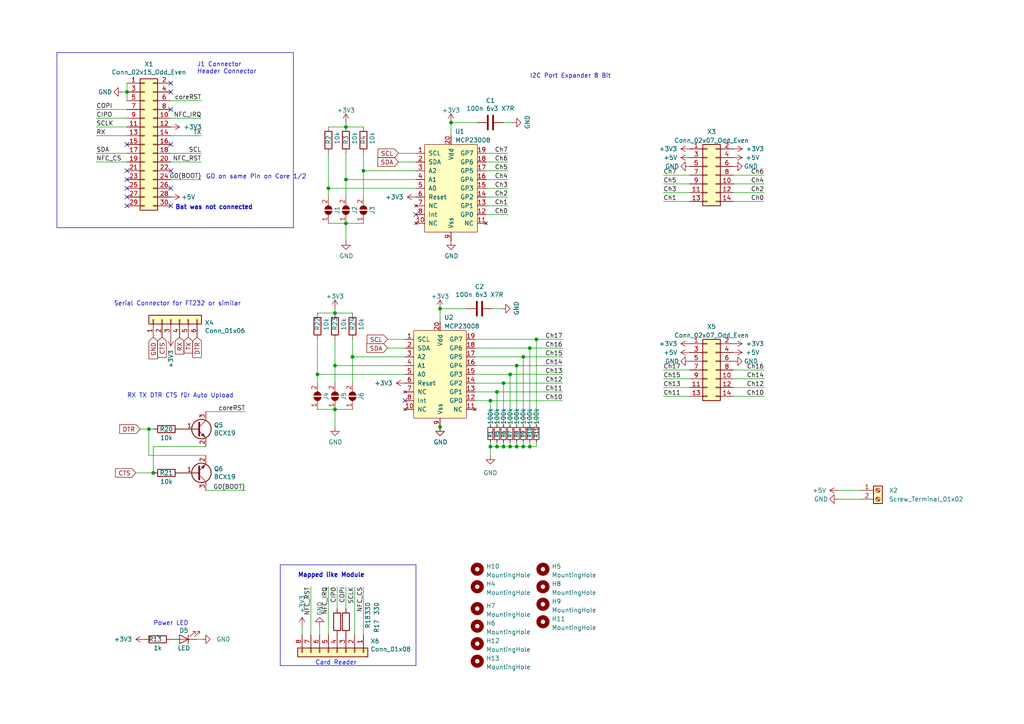
<source format=kicad_sch>
(kicad_sch (version 20230121) (generator eeschema)
  (paper "A4")
  (lib_symbols
    (symbol "Connector:Screw_Terminal_01x02" (pin_names (offset 1.016) hide)
      (property "Reference" "J" (at 0 2.54 0))
      (property "Value" "Screw_Terminal_01x02" (at 0 -5.08 0))
      (symbol "Screw_Terminal_01x02_1_1"
        (pin passive line (at -5.08 0 0) (length 3.81) (name "Pin_1") (number "1"))
        (pin passive line (at -5.08 -2.54 0) (length 3.81) (name "Pin_2") (number "2"))
      )
    )
    (symbol "Connector_Generic:Conn_02x07_Odd_Even" (pin_names (offset 1.016) hide)
      (property "Reference" "J" (at 1.27 10.16 0))
      (property "Value" "Conn_02x07_Odd_Even" (at 1.27 -10.16 0))
      (symbol "Conn_02x07_Odd_Even_1_1"
        (pin passive line (at -5.08 7.62 0) (length 3.81) (name "Pin_1") (number "1"))
        (pin passive line (at 7.62 -2.54 180) (length 3.81) (name "Pin_10") (number "10"))
        (pin passive line (at -5.08 -5.08 0) (length 3.81) (name "Pin_11") (number "11"))
        (pin passive line (at 7.62 -5.08 180) (length 3.81) (name "Pin_12") (number "12"))
        (pin passive line (at -5.08 -7.62 0) (length 3.81) (name "Pin_13") (number "13"))
        (pin passive line (at 7.62 -7.62 180) (length 3.81) (name "Pin_14") (number "14"))
        (pin passive line (at 7.62 7.62 180) (length 3.81) (name "Pin_2") (number "2"))
        (pin passive line (at -5.08 5.08 0) (length 3.81) (name "Pin_3") (number "3"))
        (pin passive line (at 7.62 5.08 180) (length 3.81) (name "Pin_4") (number "4"))
        (pin passive line (at -5.08 2.54 0) (length 3.81) (name "Pin_5") (number "5"))
        (pin passive line (at 7.62 2.54 180) (length 3.81) (name "Pin_6") (number "6"))
        (pin passive line (at -5.08 0 0) (length 3.81) (name "Pin_7") (number "7"))
        (pin passive line (at 7.62 0 180) (length 3.81) (name "Pin_8") (number "8"))
        (pin passive line (at -5.08 -2.54 0) (length 3.81) (name "Pin_9") (number "9"))
      )
    )
    (symbol "Device:LED" (pin_numbers hide) (pin_names (offset 1.016) hide)
      (property "Reference" "D" (at 0 2.54 0))
      (property "Value" "LED" (at 0 -2.54 0))
      (symbol "LED_1_1"
        (pin passive line (at -3.81 0 0) (length 2.54) (name "K") (number "1"))
        (pin passive line (at 3.81 0 180) (length 2.54) (name "A") (number "2"))
      )
    )
    (symbol "Device:R" (pin_numbers hide) (pin_names (offset 0))
      (property "Reference" "R" (at 2.032 0 90))
      (property "Value" "R" (at 0 0 90))
      (symbol "R_1_1"
        (pin passive line (at 0 3.81 270) (length 1.27) (name "~") (number "1"))
        (pin passive line (at 0 -3.81 90) (length 1.27) (name "~") (number "2"))
      )
    )
    (symbol "Device:R_Small" (pin_numbers hide) (pin_names (offset 0.254) hide)
      (property "Reference" "R" (at 0.762 0.508 0))
      (property "Value" "R_Small" (at 0.762 -1.016 0))
      (symbol "R_Small_1_1"
        (pin passive line (at 0 2.54 270) (length 0.762) (name "~") (number "1"))
        (pin passive line (at 0 -2.54 90) (length 0.762) (name "~") (number "2"))
      )
    )
    (symbol "Jumper:SolderJumper_2_Open" (pin_names (offset 0) hide)
      (property "Reference" "JP" (at 0 2.032 0))
      (property "Value" "SolderJumper_2_Open" (at 0 -2.54 0))
      (symbol "SolderJumper_2_Open_1_1"
        (pin passive line (at -3.81 0 0) (length 2.54) (name "A") (number "1"))
        (pin passive line (at 3.81 0 180) (length 2.54) (name "B") (number "2"))
      )
    )
    (symbol "MCP23008-m5stack-m5stackoutput-rescue_1" (pin_names (offset 1.016))
      (property "Reference" "U1" (at 2.54 16.51 0))
      (property "Value" "MCP23008" (at 6.35 13.97 0))
      (symbol "MCP23008-m5stack-m5stackoutput-rescue_1_1_1"
        (pin input line (at -10.16 10.16 0) (length 2.54) (name "SCL") (number "1"))
        (pin no_connect line (at -10.16 -10.16 0) (length 2.54) (name "NC") (number "10"))
        (pin no_connect line (at 10.16 -10.16 180) (length 2.54) (name "NC") (number "11"))
        (pin bidirectional line (at 10.16 -7.62 180) (length 2.54) (name "GP0") (number "12"))
        (pin bidirectional line (at 10.16 -5.08 180) (length 2.54) (name "GP1") (number "13"))
        (pin bidirectional line (at 10.16 -2.54 180) (length 2.54) (name "GP2") (number "14"))
        (pin bidirectional line (at 10.16 0 180) (length 2.54) (name "GP3") (number "15"))
        (pin bidirectional line (at 10.16 2.54 180) (length 2.54) (name "GP4") (number "16"))
        (pin bidirectional line (at 10.16 5.08 180) (length 2.54) (name "GP5") (number "17"))
        (pin bidirectional line (at 10.16 7.62 180) (length 2.54) (name "GP6") (number "18"))
        (pin bidirectional line (at 10.16 10.16 180) (length 2.54) (name "GP7") (number "19"))
        (pin input line (at -10.16 7.62 0) (length 2.54) (name "SDA") (number "2"))
        (pin power_in line (at 0 15.24 270) (length 2.54) (name "Vdd") (number "20"))
        (pin input line (at -10.16 5.08 0) (length 2.54) (name "A2") (number "3"))
        (pin input line (at -10.16 2.54 0) (length 2.54) (name "A1") (number "4"))
        (pin input line (at -10.16 0 0) (length 2.54) (name "A0") (number "5"))
        (pin input line (at -10.16 -2.54 0) (length 2.54) (name "Reset") (number "6"))
        (pin no_connect line (at -10.16 -5.08 0) (length 2.54) (name "NC") (number "7"))
        (pin output line (at -10.16 -7.62 0) (length 2.54) (name "Int") (number "8"))
        (pin power_in line (at 0 -15.24 90) (length 2.54) (name "Vss") (number "9"))
      )
    )
    (symbol "Mechanical:MountingHole" (pin_names (offset 1.016))
      (property "Reference" "H" (at 0 5.08 0))
      (property "Value" "MountingHole" (at 0 3.175 0))
    )
    (symbol "m5stackoutput_v2-rescue:C-Device" (pin_numbers hide) (pin_names (offset 0.254))
      (property "Reference" "C" (at 0.635 2.54 0))
      (property "Value" "C-Device" (at 0.635 -2.54 0))
      (symbol "C-Device_1_1"
        (pin passive line (at 0 3.81 270) (length 2.794) (name "~") (number "1"))
        (pin passive line (at 0 -3.81 90) (length 2.794) (name "~") (number "2"))
      )
    )
    (symbol "m5stackoutput_v2-rescue:Conn_01x06-Connector_Generic" (pin_names (offset 1.016) hide)
      (property "Reference" "J" (at 0 7.62 0))
      (property "Value" "Conn_01x06-Connector_Generic" (at 0 -10.16 0))
      (symbol "Conn_01x06-Connector_Generic_1_1"
        (pin passive line (at -5.08 5.08 0) (length 3.81) (name "Pin_1") (number "1"))
        (pin passive line (at -5.08 2.54 0) (length 3.81) (name "Pin_2") (number "2"))
        (pin passive line (at -5.08 0 0) (length 3.81) (name "Pin_3") (number "3"))
        (pin passive line (at -5.08 -2.54 0) (length 3.81) (name "Pin_4") (number "4"))
        (pin passive line (at -5.08 -5.08 0) (length 3.81) (name "Pin_5") (number "5"))
        (pin passive line (at -5.08 -7.62 0) (length 3.81) (name "Pin_6") (number "6"))
      )
    )
    (symbol "m5stackoutput_v2-rescue:Conn_01x08-Connector_Generic" (pin_names (offset 1.016) hide)
      (property "Reference" "J" (at 0 10.16 0))
      (property "Value" "Conn_01x08-Connector_Generic" (at 0 -12.7 0))
      (symbol "Conn_01x08-Connector_Generic_1_1"
        (pin passive line (at -5.08 7.62 0) (length 3.81) (name "Pin_1") (number "1"))
        (pin passive line (at -5.08 5.08 0) (length 3.81) (name "Pin_2") (number "2"))
        (pin passive line (at -5.08 2.54 0) (length 3.81) (name "Pin_3") (number "3"))
        (pin passive line (at -5.08 0 0) (length 3.81) (name "Pin_4") (number "4"))
        (pin passive line (at -5.08 -2.54 0) (length 3.81) (name "Pin_5") (number "5"))
        (pin passive line (at -5.08 -5.08 0) (length 3.81) (name "Pin_6") (number "6"))
        (pin passive line (at -5.08 -7.62 0) (length 3.81) (name "Pin_7") (number "7"))
        (pin passive line (at -5.08 -10.16 0) (length 3.81) (name "Pin_8") (number "8"))
      )
    )
    (symbol "m5stackoutput_v2-rescue:Conn_02x15_Odd_Even-Connector_Generic" (pin_names (offset 1.016) hide)
      (property "Reference" "J" (at 1.27 20.32 0))
      (property "Value" "Conn_02x15_Odd_Even-Connector_Generic" (at 1.27 -20.32 0))
      (symbol "Conn_02x15_Odd_Even-Connector_Generic_1_1"
        (pin passive line (at -5.08 17.78 0) (length 3.81) (name "Pin_1") (number "1"))
        (pin passive line (at 7.62 7.62 180) (length 3.81) (name "Pin_10") (number "10"))
        (pin passive line (at -5.08 5.08 0) (length 3.81) (name "Pin_11") (number "11"))
        (pin passive line (at 7.62 5.08 180) (length 3.81) (name "Pin_12") (number "12"))
        (pin passive line (at -5.08 2.54 0) (length 3.81) (name "Pin_13") (number "13"))
        (pin passive line (at 7.62 2.54 180) (length 3.81) (name "Pin_14") (number "14"))
        (pin passive line (at -5.08 0 0) (length 3.81) (name "Pin_15") (number "15"))
        (pin passive line (at 7.62 0 180) (length 3.81) (name "Pin_16") (number "16"))
        (pin passive line (at -5.08 -2.54 0) (length 3.81) (name "Pin_17") (number "17"))
        (pin passive line (at 7.62 -2.54 180) (length 3.81) (name "Pin_18") (number "18"))
        (pin passive line (at -5.08 -5.08 0) (length 3.81) (name "Pin_19") (number "19"))
        (pin passive line (at 7.62 17.78 180) (length 3.81) (name "Pin_2") (number "2"))
        (pin passive line (at 7.62 -5.08 180) (length 3.81) (name "Pin_20") (number "20"))
        (pin passive line (at -5.08 -7.62 0) (length 3.81) (name "Pin_21") (number "21"))
        (pin passive line (at 7.62 -7.62 180) (length 3.81) (name "Pin_22") (number "22"))
        (pin passive line (at -5.08 -10.16 0) (length 3.81) (name "Pin_23") (number "23"))
        (pin passive line (at 7.62 -10.16 180) (length 3.81) (name "Pin_24") (number "24"))
        (pin passive line (at -5.08 -12.7 0) (length 3.81) (name "Pin_25") (number "25"))
        (pin passive line (at 7.62 -12.7 180) (length 3.81) (name "Pin_26") (number "26"))
        (pin passive line (at -5.08 -15.24 0) (length 3.81) (name "Pin_27") (number "27"))
        (pin passive line (at 7.62 -15.24 180) (length 3.81) (name "Pin_28") (number "28"))
        (pin passive line (at -5.08 -17.78 0) (length 3.81) (name "Pin_29") (number "29"))
        (pin passive line (at -5.08 15.24 0) (length 3.81) (name "Pin_3") (number "3"))
        (pin passive line (at 7.62 -17.78 180) (length 3.81) (name "Pin_30") (number "30"))
        (pin passive line (at 7.62 15.24 180) (length 3.81) (name "Pin_4") (number "4"))
        (pin passive line (at -5.08 12.7 0) (length 3.81) (name "Pin_5") (number "5"))
        (pin passive line (at 7.62 12.7 180) (length 3.81) (name "Pin_6") (number "6"))
        (pin passive line (at -5.08 10.16 0) (length 3.81) (name "Pin_7") (number "7"))
        (pin passive line (at 7.62 10.16 180) (length 3.81) (name "Pin_8") (number "8"))
        (pin passive line (at -5.08 7.62 0) (length 3.81) (name "Pin_9") (number "9"))
      )
    )
    (symbol "m5stackoutput_v2-rescue:GND-power" (power) (pin_names (offset 0))
      (property "Value" "GND-power" (at 0 -3.81 0))
      (symbol "GND-power_1_1"
        (pin power_in line (at 0 0 270) (length 0) hide (name "GND") (number "1"))
      )
    )
    (symbol "m5stackoutput_v2-rescue:MCP23008-m5stack-m5stackoutput-rescue" (pin_names (offset 1.016))
      (property "Reference" "U2" (at 2.54 16.51 0))
      (property "Value" "MCP23008" (at 6.35 13.97 0))
      (symbol "MCP23008-m5stack-m5stackoutput-rescue_1_1"
        (pin input line (at -10.16 10.16 0) (length 2.54) (name "SCL") (number "1"))
        (pin no_connect line (at -10.16 -10.16 0) (length 2.54) (name "NC") (number "10"))
        (pin no_connect line (at 10.16 -10.16 180) (length 2.54) (name "NC") (number "11"))
        (pin bidirectional line (at 10.16 -7.62 180) (length 2.54) (name "GP0") (number "12"))
        (pin bidirectional line (at 10.16 -5.08 180) (length 2.54) (name "GP1") (number "13"))
        (pin bidirectional line (at 10.16 -2.54 180) (length 2.54) (name "GP2") (number "14"))
        (pin bidirectional line (at 10.16 0 180) (length 2.54) (name "GP3") (number "15"))
        (pin bidirectional line (at 10.16 2.54 180) (length 2.54) (name "GP4") (number "16"))
        (pin bidirectional line (at 10.16 5.08 180) (length 2.54) (name "GP5") (number "17"))
        (pin bidirectional line (at 10.16 7.62 180) (length 2.54) (name "GP6") (number "18"))
        (pin bidirectional line (at 10.16 10.16 180) (length 2.54) (name "GP7") (number "19"))
        (pin input line (at -10.16 7.62 0) (length 2.54) (name "SDA") (number "2"))
        (pin power_in line (at 0 15.24 270) (length 2.54) (name "Vdd") (number "20"))
        (pin input line (at -10.16 5.08 0) (length 2.54) (name "A2") (number "3"))
        (pin input line (at -10.16 2.54 0) (length 2.54) (name "A1") (number "4"))
        (pin input line (at -10.16 0 0) (length 2.54) (name "A0") (number "5"))
        (pin input line (at -10.16 -2.54 0) (length 2.54) (name "Reset") (number "6"))
        (pin no_connect line (at -10.16 -5.08 0) (length 2.54) (name "NC") (number "7"))
        (pin output line (at -10.16 -7.62 0) (length 2.54) (name "Int") (number "8"))
        (pin power_in line (at 0 -15.24 90) (length 2.54) (name "Vss") (number "9"))
      )
    )
    (symbol "m5stackoutput_v2-rescue:Q_NPN_BEC-Device" (pin_names (offset 0) hide)
      (property "Reference" "Q" (at 5.08 1.27 0))
      (property "Value" "Q_NPN_BEC-Device" (at 5.08 -1.27 0))
      (symbol "Q_NPN_BEC-Device_1_1"
        (pin input line (at -5.08 0 0) (length 5.715) (name "B") (number "1"))
        (pin passive line (at 2.54 -5.08 90) (length 2.54) (name "E") (number "2"))
        (pin passive line (at 2.54 5.08 270) (length 2.54) (name "C") (number "3"))
      )
    )
    (symbol "m5stackoutput_v2-rescue:R-Device" (pin_numbers hide) (pin_names (offset 0))
      (property "Reference" "R" (at 2.032 0 90))
      (property "Value" "R-Device" (at 0 0 90))
      (symbol "R-Device_1_1"
        (pin passive line (at 0 3.81 270) (length 1.27) (name "~") (number "1"))
        (pin passive line (at 0 -3.81 90) (length 1.27) (name "~") (number "2"))
      )
    )
    (symbol "power:+3.3V" (power) (pin_names (offset 0))
      (property "Value" "+3.3V" (at 0 3.556 0))
      (symbol "+3.3V_1_1"
        (pin power_in line (at 0 0 90) (length 0) hide (name "+3V3") (number "1"))
      )
    )
    (symbol "power:+5V" (power) (pin_names (offset 0))
      (property "Value" "+5V" (at 0 3.556 0))
      (symbol "+5V_1_1"
        (pin power_in line (at 0 0 90) (length 0) hide (name "+5V") (number "1"))
      )
    )
    (symbol "power:GND" (power) (pin_names (offset 0))
      (property "Value" "GND" (at 0 -3.81 0))
      (symbol "GND_1_1"
        (pin power_in line (at 0 0 270) (length 0) hide (name "GND") (number "1"))
      )
    )
  )
  (junction (at 155.575 98.425))
  (junction (at 100.33 36.83))
  (junction (at 105.41 49.53))
  (junction (at 92.075 108.585))
  (junction (at 144.145 113.665))
  (junction (at 100.33 52.07))
  (junction (at 149.86 106.045))
  (junction (at 102.235 103.505))
  (junction (at 95.25 54.61))
  (junction (at 142.24 116.205))
  (junction (at 149.86 129.54))
  (junction (at 130.81 35.56))
  (junction (at 147.955 108.585))
  (junction (at 151.765 129.54))
  (junction (at 100.33 64.77))
  (junction (at 153.67 100.965))
  (junction (at 142.24 129.54))
  (junction (at 151.765 103.505))
  (junction (at 146.05 129.54))
  (junction (at 127.635 123.825))
  (junction (at 97.155 90.805))
  (junction (at 44.45 137.16))
  (junction (at 97.155 118.745))
  (junction (at 97.155 106.045))
  (junction (at 146.05 111.125))
  (junction (at 144.145 129.54))
  (junction (at 36.83 26.67))
  (junction (at 43.18 124.46))
  (junction (at 153.67 129.54))
  (junction (at 147.955 129.54))
  (junction (at 127.635 89.535))
  (no_connect (at 49.53 24.13))
  (no_connect (at 49.53 26.67))
  (no_connect (at 49.53 31.75))
  (no_connect (at 49.53 41.91))
  (no_connect (at 36.83 49.53))
  (no_connect (at 36.83 52.07))
  (no_connect (at 36.83 41.91))
  (no_connect (at 36.83 54.61))
  (no_connect (at 36.83 57.15))
  (no_connect (at 36.83 59.69))
  (no_connect (at 49.53 54.61))
  (no_connect (at 120.65 62.23))
  (no_connect (at 49.53 59.69))
  (no_connect (at 49.53 49.53))
  (no_connect (at 117.475 116.205))
  (wire (pts (xy 100.33 36.83) (xy 105.41 36.83)))
  (wire (pts (xy 97.155 118.745) (xy 102.235 118.745)))
  (wire (pts (xy 112.395 100.965) (xy 117.475 100.965)))
  (wire (pts (xy 146.05 129.54) (xy 144.145 129.54)))
  (wire (pts (xy 97.155 90.805) (xy 102.235 90.805)))
  (wire (pts (xy 147.955 128.27) (xy 147.955 129.54)))
  (wire (pts (xy 43.18 124.46) (xy 44.45 124.46)))
  (wire (pts (xy 212.725 50.8) (xy 221.615 50.8)))
  (wire (pts (xy 144.145 128.27) (xy 144.145 129.54)))
  (wire (pts (xy 43.18 124.46) (xy 43.18 132.08)))
  (wire (pts (xy 151.765 103.505) (xy 163.195 103.505)))
  (wire (pts (xy 58.42 39.37) (xy 49.53 39.37)))
  (wire (pts (xy 92.075 108.585) (xy 92.075 111.125)))
  (wire (pts (xy 137.795 100.965) (xy 153.67 100.965)))
  (wire (pts (xy 144.145 113.665) (xy 144.145 123.19)))
  (wire (pts (xy 127.635 89.535) (xy 135.255 89.535)))
  (wire (pts (xy 97.155 98.425) (xy 97.155 106.045)))
  (wire (pts (xy 59.69 129.54) (xy 44.45 129.54)))
  (wire (pts (xy 153.67 100.965) (xy 163.195 100.965)))
  (wire (pts (xy 149.86 129.54) (xy 147.955 129.54)))
  (polyline (pts (xy 16.51 15.24) (xy 85.09 15.24)))
  (wire (pts (xy 192.405 109.855) (xy 200.025 109.855)))
  (wire (pts (xy 97.79 170.18) (xy 97.79 176.53)))
  (wire (pts (xy 105.41 49.53) (xy 105.41 44.45)))
  (wire (pts (xy 117.475 106.045) (xy 97.155 106.045)))
  (wire (pts (xy 105.41 170.18) (xy 105.41 184.15)))
  (wire (pts (xy 155.575 128.27) (xy 155.575 129.54)))
  (wire (pts (xy 243.205 142.24) (xy 249.555 142.24)))
  (wire (pts (xy 155.575 129.54) (xy 153.67 129.54)))
  (wire (pts (xy 57.15 185.42) (xy 58.42 185.42)))
  (wire (pts (xy 140.97 54.61) (xy 147.32 54.61)))
  (wire (pts (xy 127.635 89.535) (xy 127.635 93.345)))
  (wire (pts (xy 115.57 46.99) (xy 120.65 46.99)))
  (wire (pts (xy 142.24 116.205) (xy 163.195 116.205)))
  (wire (pts (xy 95.25 64.77) (xy 100.33 64.77)))
  (wire (pts (xy 140.97 46.99) (xy 147.32 46.99)))
  (wire (pts (xy 43.18 132.08) (xy 59.69 132.08)))
  (wire (pts (xy 137.795 106.045) (xy 149.86 106.045)))
  (wire (pts (xy 140.97 59.69) (xy 147.32 59.69)))
  (wire (pts (xy 146.05 128.27) (xy 146.05 129.54)))
  (wire (pts (xy 36.83 26.67) (xy 36.83 24.13)))
  (wire (pts (xy 95.25 36.83) (xy 100.33 36.83)))
  (wire (pts (xy 100.33 170.18) (xy 100.33 176.53)))
  (wire (pts (xy 27.94 46.99) (xy 36.83 46.99)))
  (wire (pts (xy 212.725 53.34) (xy 221.615 53.34)))
  (wire (pts (xy 212.725 114.935) (xy 221.615 114.935)))
  (wire (pts (xy 144.145 113.665) (xy 163.195 113.665)))
  (wire (pts (xy 39.37 137.16) (xy 44.45 137.16)))
  (wire (pts (xy 100.33 64.77) (xy 100.33 69.85)))
  (wire (pts (xy 144.145 129.54) (xy 142.24 129.54)))
  (wire (pts (xy 97.155 106.045) (xy 97.155 111.125)))
  (wire (pts (xy 192.405 50.8) (xy 200.025 50.8)))
  (wire (pts (xy 100.33 44.45) (xy 100.33 52.07)))
  (wire (pts (xy 192.405 58.42) (xy 200.025 58.42)))
  (wire (pts (xy 102.235 103.505) (xy 117.475 103.505)))
  (wire (pts (xy 212.725 109.855) (xy 221.615 109.855)))
  (wire (pts (xy 146.05 35.56) (xy 148.59 35.56)))
  (wire (pts (xy 95.25 54.61) (xy 95.25 44.45)))
  (wire (pts (xy 142.24 129.54) (xy 142.24 132.08)))
  (wire (pts (xy 137.795 113.665) (xy 144.145 113.665)))
  (wire (pts (xy 153.67 100.965) (xy 153.67 123.19)))
  (wire (pts (xy 87.63 181.61) (xy 87.63 184.15)))
  (wire (pts (xy 36.83 29.21) (xy 36.83 26.67)))
  (wire (pts (xy 192.405 55.88) (xy 200.025 55.88)))
  (wire (pts (xy 147.955 129.54) (xy 146.05 129.54)))
  (wire (pts (xy 100.33 35.56) (xy 100.33 36.83)))
  (wire (pts (xy 92.075 90.805) (xy 97.155 90.805)))
  (polyline (pts (xy 16.51 15.24) (xy 16.51 66.04)))
  (wire (pts (xy 142.24 129.54) (xy 142.24 128.27)))
  (wire (pts (xy 142.875 89.535) (xy 145.415 89.535)))
  (wire (pts (xy 146.05 111.125) (xy 146.05 123.19)))
  (wire (pts (xy 59.69 119.38) (xy 71.12 119.38)))
  (wire (pts (xy 40.64 124.46) (xy 43.18 124.46)))
  (wire (pts (xy 27.94 44.45) (xy 36.83 44.45)))
  (wire (pts (xy 142.24 116.205) (xy 142.24 123.19)))
  (wire (pts (xy 140.97 44.45) (xy 147.32 44.45)))
  (polyline (pts (xy 85.09 15.24) (xy 85.09 66.04)))
  (wire (pts (xy 102.235 103.505) (xy 102.235 111.125)))
  (wire (pts (xy 120.65 52.07) (xy 100.33 52.07)))
  (wire (pts (xy 90.17 170.18) (xy 90.17 184.15)))
  (wire (pts (xy 149.86 106.045) (xy 163.195 106.045)))
  (wire (pts (xy 27.94 31.75) (xy 36.83 31.75)))
  (wire (pts (xy 212.725 107.315) (xy 221.615 107.315)))
  (wire (pts (xy 105.41 49.53) (xy 120.65 49.53)))
  (wire (pts (xy 149.86 106.045) (xy 149.86 123.19)))
  (wire (pts (xy 27.94 39.37) (xy 36.83 39.37)))
  (wire (pts (xy 95.25 54.61) (xy 95.25 57.15)))
  (wire (pts (xy 27.94 36.83) (xy 36.83 36.83)))
  (wire (pts (xy 49.53 29.21) (xy 58.42 29.21)))
  (wire (pts (xy 35.56 26.67) (xy 36.83 26.67)))
  (wire (pts (xy 192.405 53.34) (xy 200.025 53.34)))
  (wire (pts (xy 149.86 128.27) (xy 149.86 129.54)))
  (wire (pts (xy 92.71 181.61) (xy 92.71 184.15)))
  (wire (pts (xy 97.155 118.745) (xy 97.155 123.825)))
  (wire (pts (xy 59.69 142.24) (xy 71.12 142.24)))
  (wire (pts (xy 137.795 111.125) (xy 146.05 111.125)))
  (wire (pts (xy 92.075 108.585) (xy 117.475 108.585)))
  (wire (pts (xy 147.955 108.585) (xy 163.195 108.585)))
  (wire (pts (xy 102.87 170.18) (xy 102.87 184.15)))
  (wire (pts (xy 140.97 49.53) (xy 147.32 49.53)))
  (wire (pts (xy 137.795 108.585) (xy 147.955 108.585)))
  (wire (pts (xy 27.94 34.29) (xy 36.83 34.29)))
  (wire (pts (xy 100.33 64.77) (xy 105.41 64.77)))
  (wire (pts (xy 153.67 128.27) (xy 153.67 129.54)))
  (wire (pts (xy 243.205 144.78) (xy 249.555 144.78)))
  (wire (pts (xy 115.57 44.45) (xy 120.65 44.45)))
  (wire (pts (xy 146.05 111.125) (xy 163.195 111.125)))
  (wire (pts (xy 92.075 108.585) (xy 92.075 98.425)))
  (wire (pts (xy 130.81 35.56) (xy 130.81 39.37)))
  (wire (pts (xy 102.235 103.505) (xy 102.235 98.425)))
  (wire (pts (xy 212.725 112.395) (xy 221.615 112.395)))
  (polyline (pts (xy 16.51 66.04) (xy 85.09 66.04)))
  (wire (pts (xy 151.765 129.54) (xy 149.86 129.54)))
  (wire (pts (xy 58.42 46.99) (xy 49.53 46.99)))
  (wire (pts (xy 92.075 118.745) (xy 97.155 118.745)))
  (wire (pts (xy 97.155 89.535) (xy 97.155 90.805)))
  (polyline (pts (xy 81.28 163.83) (xy 120.65 163.83)))
  (wire (pts (xy 155.575 98.425) (xy 155.575 123.19)))
  (wire (pts (xy 153.67 129.54) (xy 151.765 129.54)))
  (wire (pts (xy 137.795 98.425) (xy 155.575 98.425)))
  (polyline (pts (xy 81.28 193.04) (xy 120.65 193.04)))
  (wire (pts (xy 151.765 128.27) (xy 151.765 129.54)))
  (wire (pts (xy 130.81 35.56) (xy 138.43 35.56)))
  (wire (pts (xy 49.53 52.07) (xy 58.42 52.07)))
  (wire (pts (xy 140.97 62.23) (xy 147.32 62.23)))
  (wire (pts (xy 137.795 103.505) (xy 151.765 103.505)))
  (wire (pts (xy 95.25 54.61) (xy 120.65 54.61)))
  (wire (pts (xy 58.42 34.29) (xy 49.53 34.29)))
  (wire (pts (xy 212.725 55.88) (xy 221.615 55.88)))
  (wire (pts (xy 192.405 114.935) (xy 200.025 114.935)))
  (wire (pts (xy 112.395 98.425) (xy 117.475 98.425)))
  (wire (pts (xy 151.765 103.505) (xy 151.765 123.19)))
  (polyline (pts (xy 120.65 193.04) (xy 120.65 163.83)))
  (wire (pts (xy 147.32 52.07) (xy 140.97 52.07)))
  (wire (pts (xy 137.795 116.205) (xy 142.24 116.205)))
  (wire (pts (xy 147.955 108.585) (xy 147.955 123.19)))
  (wire (pts (xy 192.405 112.395) (xy 200.025 112.395)))
  (wire (pts (xy 140.97 57.15) (xy 147.32 57.15)))
  (wire (pts (xy 192.405 107.315) (xy 200.025 107.315)))
  (wire (pts (xy 105.41 49.53) (xy 105.41 57.15)))
  (wire (pts (xy 44.45 129.54) (xy 44.45 137.16)))
  (wire (pts (xy 212.725 58.42) (xy 221.615 58.42)))
  (wire (pts (xy 155.575 98.425) (xy 163.195 98.425)))
  (wire (pts (xy 58.42 44.45) (xy 49.53 44.45)))
  (wire (pts (xy 100.33 52.07) (xy 100.33 57.15)))
  (polyline (pts (xy 81.28 193.04) (xy 81.28 163.83)))
  (wire (pts (xy 95.25 170.18) (xy 95.25 184.15)))
  (text "Card Reader" (at 91.44 193.04 0) (effects (font (size 1.27 1.27)) (justify left bottom)))
  (text "GO on same Pin on Core 1/2" (at 59.69 52.07 0) (effects (font (size 1.27 1.27)) (justify left bottom)))
  (text "RX TX DTR CTS für Auto Upload" (at 36.83 115.57 0) (effects (font (size 1.27 1.27)) (justify left bottom)))
  (text "Bat was not connected" (at 50.8 60.96 0) (effects (font (size 1.27 1.27) bold) (justify left bottom)))
  (text "Serial Connector for FT232 or similar" (at 33.02 88.9 0) (effects (font (size 1.27 1.27)) (justify left bottom)))
  (text "J1 Connector\nHeader Connector" (at 57.15 21.59 0) (effects (font (size 1.27 1.27)) (justify left bottom)))
  (text "Mapped like Module" (at 86.36 167.64 0) (effects (font (size 1.27 1.27) bold) (justify left bottom)))
  (text "I2C Port Expander 8 Bit\n" (at 153.67 22.86 0) (effects (font (size 1.27 1.27)) (justify left bottom)))
  (text "Power LED" (at 44.45 181.61 0) (effects (font (size 1.27 1.27)) (justify left bottom)))
  (label "NFC_IRQ" (at 58.42 34.29 180))
  (label "Ch16" (at 163.195 100.965 180))
  (label "Ch2" (at 147.32 57.15 180))
  (label "Ch17" (at 163.195 98.425 180))
  (label "Ch12" (at 163.195 111.125 180))
  (label "Ch16" (at 221.615 107.315 180))
  (label "SDA" (at 27.94 44.45 0))
  (label "SCLK" (at 102.87 170.18 270))
  (label "Ch11" (at 192.405 114.935 0))
  (label "SCL" (at 58.42 44.45 180))
  (label "Ch5" (at 192.405 53.34 0))
  (label "NFC_RST" (at 90.17 170.18 270))
  (label "Ch15" (at 192.405 109.855 0))
  (label "NFC_CS" (at 105.41 170.18 270))
  (label "CIPO" (at 27.94 34.29 0))
  (label "Ch13" (at 192.405 112.395 0))
  (label "RX" (at 27.94 39.37 0))
  (label "Ch2" (at 221.615 55.88 180))
  (label "coreRST" (at 58.42 29.21 180))
  (label "SCLK" (at 27.94 36.83 0))
  (label "NFC_RST" (at 58.42 46.99 180))
  (label "G0(BOOT)" (at 58.42 52.07 180))
  (label "COPI" (at 27.94 31.75 0))
  (label "Ch7" (at 192.405 50.8 0))
  (label "Ch12" (at 221.615 112.395 180))
  (label "Ch0" (at 221.615 58.42 180))
  (label "CIPO" (at 97.79 170.18 270))
  (label "Ch1" (at 147.32 59.69 180))
  (label "Ch15" (at 163.195 103.505 180))
  (label "COPI" (at 100.33 170.18 270))
  (label "Ch4" (at 147.32 52.07 180))
  (label "Ch7" (at 147.32 44.45 180))
  (label "Ch5" (at 147.32 49.53 180))
  (label "Ch0" (at 147.32 62.23 180))
  (label "Ch1" (at 192.405 58.42 0))
  (label "Ch14" (at 163.195 106.045 180))
  (label "G0(BOOT)" (at 71.12 142.24 180))
  (label "Ch10" (at 221.615 114.935 180))
  (label "Ch17" (at 192.405 107.315 0))
  (label "Ch10" (at 163.195 116.205 180))
  (label "Ch11" (at 163.195 113.665 180))
  (label "NFC_IRQ" (at 95.25 170.18 270))
  (label "coreRST" (at 71.12 119.38 180))
  (label "TX" (at 58.42 39.37 180))
  (label "Ch6" (at 221.615 50.8 180))
  (label "Ch4" (at 221.615 53.34 180))
  (label "NFC_CS" (at 27.94 46.99 0))
  (label "Ch3" (at 147.32 54.61 180))
  (label "Ch6" (at 147.32 46.99 180))
  (label "Ch14" (at 221.615 109.855 180))
  (label "Ch13" (at 163.195 108.585 180))
  (label "Ch3" (at 192.405 55.88 0))
  (global_label "DTR" (shape input) (at 57.15 97.79 270) (property "Intersheetrefs" "${INTERSHEET_REFS}" (effects hide)))
  (global_label "RX" (shape input) (at 52.07 97.79 270) (property "Intersheetrefs" "${INTERSHEET_REFS}" (effects hide)))
  (global_label "SCL" (shape input) (at 115.57 44.45 180) (property "Intersheetrefs" "${INTERSHEET_REFS}" (effects hide)))
  (global_label "SDA" (shape input) (at 115.57 46.99 180) (property "Intersheetrefs" "${INTERSHEET_REFS}" (effects hide)))
  (global_label "CTS" (shape input) (at 39.37 137.16 180) (property "Intersheetrefs" "${INTERSHEET_REFS}" (effects hide)))
  (global_label "DTR" (shape input) (at 40.64 124.46 180) (property "Intersheetrefs" "${INTERSHEET_REFS}" (effects hide)))
  (global_label "TX" (shape input) (at 54.61 97.79 270) (property "Intersheetrefs" "${INTERSHEET_REFS}" (effects hide)))
  (global_label "SDA" (shape input) (at 112.395 100.965 180) (property "Intersheetrefs" "${INTERSHEET_REFS}" (effects hide)))
  (global_label "GND" (shape input) (at 44.45 97.79 270) (property "Intersheetrefs" "${INTERSHEET_REFS}" (effects hide)))
  (global_label "SCL" (shape input) (at 112.395 98.425 180) (property "Intersheetrefs" "${INTERSHEET_REFS}" (effects hide)))
  (global_label "CTS" (shape input) (at 46.99 97.79 270) (property "Intersheetrefs" "${INTERSHEET_REFS}" (effects hide)))
  (symbol (lib_id "m5stackoutput_v2-rescue:Conn_02x15_Odd_Even-Connector_Generic") (at 41.91 41.91 0) (unit 1)
    (property "Reference" "X1" (at 43.18 18.6182 0))
    (property "Value" "Conn_02x15_Odd_Even" (at 43.18 20.9296 0))
    (property "Footprint" "Connector_PinSocket_2.54mm:PinSocket_2x15_P2.54mm_Vertical" (effects hide))
    (property "Farnell#" "-" (effects hide))
    (property "Mnf" "MISC/VORRAT" (effects hide))
    (property "Mnf#" "testen mit Prototyp wegen höhe" (effects hide))
  )
  (symbol (lib_id "m5stackoutput_v2-rescue:GND-power") (at 35.56 26.67 270) (unit 1)
    (property "Reference" "#PWR01" (effects hide))
    (property "Value" "GND" (at 30.48 26.67 90))
  )
  (symbol (lib_name "MCP23008-m5stack-m5stackoutput-rescue_1") (lib_id "m5stackoutput_v2-rescue:MCP23008-m5stack-m5stackoutput-rescue") (at 130.81 54.61 0) (unit 1)
    (property "Reference" "U1" (at 133.35 38.1 0))
    (property "Value" "MCP23008" (at 137.16 40.64 0))
    (property "Footprint" "Package_SO:SSOP-20_5.3x7.2mm_P0.65mm" (effects hide))
    (property "Datasheet" "https://ww1.microchip.com/downloads/en/DeviceDoc/21919e.pdf" (effects hide))
    (property "Farnell#" "1605564" (effects hide))
    (property "Mnf" "Microchip" (effects hide))
    (property "Mnf#" "MCP23008-E/SS" (effects hide))
  )
  (symbol (lib_id "m5stackoutput_v2-rescue:MCP23008-m5stack-m5stackoutput-rescue") (at 127.635 108.585 0) (unit 1)
    (property "Reference" "U2" (at 130.175 92.075 0))
    (property "Value" "MCP23008" (at 133.985 94.615 0))
    (property "Footprint" "Package_SO:SSOP-20_5.3x7.2mm_P0.65mm" (effects hide))
    (property "Datasheet" "https://ww1.microchip.com/downloads/en/DeviceDoc/21919e.pdf" (effects hide))
    (property "Farnell#" "1605564" (effects hide))
    (property "Mnf" "Microchip" (effects hide))
    (property "Mnf#" "MCP23008-E/SS" (effects hide))
  )
  (symbol (lib_id "m5stackoutput_v2-rescue:GND-power") (at 127.635 123.825 0) (unit 1)
    (property "Reference" "#PWR05" (effects hide))
    (property "Value" "GND" (at 127.762 128.2192 0))
  )
  (symbol (lib_id "m5stackoutput_v2-rescue:GND-power") (at 130.81 69.85 0) (unit 1)
    (property "Reference" "#PWR04" (effects hide))
    (property "Value" "GND" (at 130.937 74.2442 0))
  )
  (symbol (lib_id "m5stackoutput_v2-rescue:C-Device") (at 142.24 35.56 270) (unit 1)
    (property "Reference" "C1" (at 142.24 29.1592 90))
    (property "Value" "100n 6v3 X7R" (at 142.24 31.4706 90))
    (property "Footprint" "Capacitor_SMD:C_0603_1608Metric" (effects hide))
    (property "Farnell#" "3345771" (effects hide))
    (property "Mnf" "Vishay" (effects hide))
    (property "Mnf#" "VJ0603Y104KXXPW1BC" (effects hide))
  )
  (symbol (lib_id "m5stackoutput_v2-rescue:GND-power") (at 148.59 35.56 90) (unit 1)
    (property "Reference" "#PWR0101" (effects hide))
    (property "Value" "GND" (at 152.9842 35.433 0))
  )
  (symbol (lib_id "m5stackoutput_v2-rescue:R-Device") (at 100.33 180.34 0) (unit 1)
    (property "Reference" "R17" (at 109.22 181.61 90))
    (property "Value" "330" (at 109.22 176.53 90))
    (property "Footprint" "Resistor_SMD:R_0603_1608Metric" (effects hide))
    (property "Farnell#" "3950907" (effects hide))
    (property "Mnf" "Yageo" (effects hide))
    (property "Mnf#" "AC0603FR-07330RL" (effects hide))
  )
  (symbol (lib_id "m5stackoutput_v2-rescue:R-Device") (at 97.79 180.34 0) (unit 1)
    (property "Reference" "R18" (at 106.68 180.34 90))
    (property "Value" "330" (at 106.68 176.53 90))
    (property "Footprint" "Resistor_SMD:R_0603_1608Metric" (effects hide))
    (property "Farnell#" "3950907" (effects hide))
    (property "Mnf" "Yageo" (effects hide))
    (property "Mnf#" "AC0603FR-07330RL" (effects hide))
  )
  (symbol (lib_id "m5stackoutput_v2-rescue:Conn_01x08-Connector_Generic") (at 97.79 189.23 270) (unit 1)
    (property "Reference" "X6" (at 107.442 185.9788 90) (effects (justify left)))
    (property "Value" "Conn_01x08" (at 107.442 188.2902 90) (effects (justify left)))
    (property "Footprint" "Connector_PinSocket_2.54mm:PinSocket_1x08_P2.54mm_Horizontal" (effects hide))
    (property "Farnell#" "-" (effects hide))
    (property "Mnf" "MISC/VORRAT" (effects hide))
    (property "Mnf#" "testen mit Prototyp wegen höhe" (effects hide))
  )
  (symbol (lib_id "m5stackoutput_v2-rescue:Conn_01x06-Connector_Generic") (at 49.53 92.71 90) (unit 1)
    (property "Reference" "X4" (at 59.3852 93.6244 90) (effects (justify right)))
    (property "Value" "Conn_01x06" (at 59.3852 95.9358 90) (effects (justify right)))
    (property "Footprint" "Connector_PinSocket_2.54mm:PinSocket_1x06_P2.54mm_Vertical" (effects hide))
    (property "Farnell#" "2084276" (effects hide))
    (property "Mnf" "GCT" (effects hide))
    (property "Mnf#" "BG302-06-A-L-G" (effects hide))
  )
  (symbol (lib_id "m5stackoutput_v2-rescue:Q_NPN_BEC-Device") (at 57.15 124.46 0) (unit 1)
    (property "Reference" "Q5" (at 62.0014 123.2916 0) (effects (justify left)))
    (property "Value" "BCX19" (at 62.0014 125.603 0) (effects (justify left)))
    (property "Footprint" "Package_TO_SOT_SMD:SOT-23" (effects hide))
    (property "Farnell#" "2317581" (effects hide))
    (property "Mnf" "onsemi" (effects hide))
    (property "Mnf#" "BCX19LT1G" (effects hide))
  )
  (symbol (lib_id "m5stackoutput_v2-rescue:Q_NPN_BEC-Device") (at 57.15 137.16 0) (mirror x) (unit 1)
    (property "Reference" "Q6" (at 62.0014 135.9916 0) (effects (justify left)))
    (property "Value" "BCX19" (at 62.0014 138.303 0) (effects (justify left)))
    (property "Footprint" "Package_TO_SOT_SMD:SOT-23" (effects hide))
    (property "Farnell#" "2317581" (effects hide))
    (property "Mnf" "onsemi" (effects hide))
    (property "Mnf#" "BCX19LT1G" (effects hide))
  )
  (symbol (lib_id "m5stackoutput_v2-rescue:R-Device") (at 48.26 124.46 90) (unit 1)
    (property "Reference" "R20" (at 48.26 124.46 90))
    (property "Value" "10k" (at 48.26 127 90))
    (property "Footprint" "Resistor_SMD:R_0603_1608Metric" (effects hide))
    (property "Farnell#" "3495224" (effects hide))
    (property "Mnf" "Yageo" (effects hide))
    (property "Mnf#" "AC0603FR-0710KL" (effects hide))
  )
  (symbol (lib_id "m5stackoutput_v2-rescue:R-Device") (at 48.26 137.16 90) (unit 1)
    (property "Reference" "R21" (at 48.26 137.16 90))
    (property "Value" "10k" (at 48.26 139.7 90))
    (property "Footprint" "Resistor_SMD:R_0603_1608Metric" (effects hide))
    (property "Farnell#" "3495224" (effects hide))
    (property "Mnf" "Yageo" (effects hide))
    (property "Mnf#" "AC0603FR-0710KL" (effects hide))
  )
  (symbol (lib_id "power:+5V") (at 49.53 57.15 270) (unit 1)
    (property "Reference" "#PWR09" (effects hide))
    (property "Value" "+5V" (at 54.61 57.15 90))
  )
  (symbol (lib_id "power:+5V") (at 200.025 102.235 90) (unit 1)
    (property "Reference" "#PWR042" (effects hide))
    (property "Value" "+5V" (at 192.405 102.235 90) (effects (justify right)))
  )
  (symbol (lib_id "power:+3.3V") (at 127.635 89.535 0) (unit 1)
    (property "Reference" "#PWR038" (effects hide))
    (property "Value" "+3.3V" (at 127.635 85.9592 0))
  )
  (symbol (lib_id "power:+3.3V") (at 130.81 35.56 0) (unit 1)
    (property "Reference" "#PWR08" (effects hide))
    (property "Value" "+3.3V" (at 130.81 31.9842 0))
  )
  (symbol (lib_id "Device:R_Small") (at 155.575 125.73 0) (unit 1)
    (property "Reference" "R11" (at 155.575 127 90) (effects (font (size 1 1)) (justify left)))
    (property "Value" "100k" (at 155.575 123.19 90) (effects (justify left)))
  )
  (symbol (lib_id "Jumper:SolderJumper_2_Open") (at 92.075 114.935 90) (unit 1)
    (property "Reference" "J4" (at 94.615 114.935 0))
    (property "Value" "SolderJumper_2_Open" (effects hide))
    (property "Footprint" "Jumper:SolderJumper-2_P1.3mm_Open_RoundedPad1.0x1.5mm" (effects hide))
    (property "Farnell#" "-" (effects hide))
    (property "Mnf" "-" (effects hide))
    (property "Mnf#" "-" (effects hide))
  )
  (symbol (lib_id "power:+3.3V") (at 100.33 35.56 0) (unit 1)
    (property "Reference" "#PWR07" (effects hide))
    (property "Value" "+3.3V" (at 100.33 31.9842 0))
  )
  (symbol (lib_id "power:+3.3V") (at 212.725 43.18 270) (unit 1)
    (property "Reference" "#PWR027" (effects hide))
    (property "Value" "+3.3V" (at 221.615 43.18 90) (effects (justify right)))
  )
  (symbol (lib_id "Device:R") (at 102.235 94.615 0) (unit 1)
    (property "Reference" "R24" (at 102.235 95.885 90) (effects (justify left)))
    (property "Value" "10k" (at 104.775 95.885 90) (effects (justify left)))
    (property "Footprint" "Resistor_SMD:R_0603_1608Metric" (effects hide))
    (property "Farnell#" "3495224" (effects hide))
    (property "Mnf" "Yageo" (effects hide))
    (property "Mnf#" "AC0603FR-0710KL" (effects hide))
  )
  (symbol (lib_id "m5stackoutput_v2-rescue:GND-power") (at 100.33 69.85 0) (unit 1)
    (property "Reference" "#PWR013" (effects hide))
    (property "Value" "GND" (at 100.457 74.2442 0))
  )
  (symbol (lib_id "Jumper:SolderJumper_2_Open") (at 102.235 114.935 90) (unit 1)
    (property "Reference" "J6" (at 104.775 114.935 0))
    (property "Value" "SolderJumper_2_Open" (effects hide))
    (property "Footprint" "Jumper:SolderJumper-2_P1.3mm_Open_RoundedPad1.0x1.5mm" (effects hide))
    (property "Farnell#" "-" (effects hide))
    (property "Mnf" "-" (effects hide))
    (property "Mnf#" "-" (effects hide))
  )
  (symbol (lib_id "m5stackoutput_v2-rescue:C-Device") (at 139.065 89.535 270) (unit 1)
    (property "Reference" "C2" (at 139.065 83.1342 90))
    (property "Value" "100n 6v3 X7R" (at 139.065 85.4456 90))
    (property "Footprint" "Capacitor_SMD:C_0603_1608Metric" (effects hide))
    (property "Farnell#" "3345771" (effects hide))
    (property "Mnf" "Vishay" (effects hide))
    (property "Mnf#" "VJ0603Y104KXXPW1BC" (effects hide))
  )
  (symbol (lib_id "Device:R") (at 97.155 94.615 0) (unit 1)
    (property "Reference" "R23" (at 97.155 95.885 90) (effects (justify left)))
    (property "Value" "10k" (at 99.695 95.885 90) (effects (justify left)))
    (property "Footprint" "Resistor_SMD:R_0603_1608Metric" (effects hide))
    (property "Farnell#" "3495224" (effects hide))
    (property "Mnf" "Yageo" (effects hide))
    (property "Mnf#" "AC0603FR-0710KL" (effects hide))
  )
  (symbol (lib_id "Mechanical:MountingHole") (at 157.48 170.18 0) (unit 1)
    (property "Reference" "H8" (at 160.02 169.3453 0) (effects (justify left)))
    (property "Value" "MountingHole" (at 160.02 171.8822 0) (effects (justify left)))
    (property "Footprint" "ownCon:MountingHole_3.2mm_M3_noSolderCorner" (effects hide))
    (property "Farnell#" "-" (effects hide))
    (property "Mnf" "-" (effects hide))
    (property "Mnf#" "-" (effects hide))
  )
  (symbol (lib_id "Mechanical:MountingHole") (at 157.48 180.34 0) (unit 1)
    (property "Reference" "H11" (at 160.02 179.5053 0) (effects (justify left)))
    (property "Value" "MountingHole" (at 160.02 182.0422 0) (effects (justify left)))
    (property "Footprint" "ownCon:MountingHole_3.2mm_M3_noSolderCorner" (effects hide))
    (property "Farnell#" "-" (effects hide))
    (property "Mnf" "-" (effects hide))
    (property "Mnf#" "-" (effects hide))
  )
  (symbol (lib_id "Device:R") (at 95.25 40.64 0) (unit 1)
    (property "Reference" "R2" (at 95.25 41.91 90) (effects (justify left)))
    (property "Value" "10k" (at 97.79 41.91 90) (effects (justify left)))
    (property "Footprint" "Resistor_SMD:R_0603_1608Metric" (effects hide))
    (property "Farnell#" "3495224" (effects hide))
    (property "Mnf" "Yageo" (effects hide))
    (property "Mnf#" "AC0603FR-0710KL" (effects hide))
  )
  (symbol (lib_id "Device:R_Small") (at 151.765 125.73 0) (unit 1)
    (property "Reference" "R9" (at 151.765 127 90) (effects (font (size 1 1)) (justify left)))
    (property "Value" "100k" (at 151.765 123.19 90) (effects (justify left)))
  )
  (symbol (lib_id "power:+3.3V") (at 49.53 97.79 180) (unit 1)
    (property "Reference" "#PWR0102" (effects hide))
    (property "Value" "+3.3V" (at 49.53 104.14 90))
  )
  (symbol (lib_id "m5stackoutput_v2-rescue:GND-power") (at 58.42 185.42 90) (unit 1)
    (property "Reference" "#PWR021" (effects hide))
    (property "Value" "GND" (at 64.77 185.42 90))
  )
  (symbol (lib_id "power:+3.3V") (at 200.025 99.695 90) (unit 1)
    (property "Reference" "#PWR040" (effects hide))
    (property "Value" "+3.3V" (at 191.135 99.695 90) (effects (justify right)))
  )
  (symbol (lib_id "m5stackoutput_v2-rescue:GND-power") (at 92.71 181.61 180) (unit 1)
    (property "Reference" "#PWR023" (effects hide))
    (property "Value" "GND" (at 92.71 176.53 90))
  )
  (symbol (lib_id "power:GND") (at 142.24 132.08 0) (unit 1)
    (property "Reference" "#PWR06" (effects hide))
    (property "Value" "GND" (at 142.24 137.16 0))
  )
  (symbol (lib_id "Device:R_Small") (at 147.955 125.73 0) (unit 1)
    (property "Reference" "R7" (at 147.955 127 90) (effects (font (size 1 1)) (justify left)))
    (property "Value" "100k" (at 147.955 123.19 90) (effects (justify left)))
  )
  (symbol (lib_id "m5stackoutput_v2-rescue:GND-power") (at 212.725 104.775 90) (unit 1)
    (property "Reference" "#PWR045" (effects hide))
    (property "Value" "GND" (at 217.805 104.775 90))
  )
  (symbol (lib_id "Mechanical:MountingHole") (at 157.48 165.1 0) (unit 1)
    (property "Reference" "H5" (at 160.02 164.2653 0) (effects (justify left)))
    (property "Value" "MountingHole" (at 160.02 166.8022 0) (effects (justify left)))
    (property "Footprint" "ownCon:MountingHole_3.2mm_M3_noSolderCorner" (effects hide))
    (property "Farnell#" "-" (effects hide))
    (property "Mnf" "-" (effects hide))
    (property "Mnf#" "-" (effects hide))
  )
  (symbol (lib_id "Connector:Screw_Terminal_01x02") (at 254.635 142.24 0) (unit 1)
    (property "Reference" "X2" (at 257.81 142.2399 0) (effects (justify left)))
    (property "Value" "Screw_Terminal_01x02" (at 257.81 144.7799 0) (effects (justify left)))
    (property "Footprint" "Connector_Phoenix_MSTB:PhoenixContact_MSTBA_2,5_2-G-5,08_1x02_P5.08mm_Horizontal" (effects hide))
    (property "Farnel#" "2671266" (effects hide))
    (property "Mnf" "Phoenix" (effects hide))
    (property "Mnf#" "MSTB 2,5/ 8-G-5,08" (effects hide))
  )
  (symbol (lib_id "power:+5V") (at 212.725 45.72 270) (unit 1)
    (property "Reference" "#PWR029" (effects hide))
    (property "Value" "+5V" (at 220.345 45.72 90) (effects (justify right)))
  )
  (symbol (lib_id "Device:R_Small") (at 153.67 125.73 0) (unit 1)
    (property "Reference" "R10" (at 153.67 127 90) (effects (font (size 1 1)) (justify left)))
    (property "Value" "100k" (at 153.67 123.19 90) (effects (justify left)))
  )
  (symbol (lib_id "Mechanical:MountingHole") (at 138.43 165.1 0) (unit 1)
    (property "Reference" "H10" (at 140.97 164.2653 0) (effects (justify left)))
    (property "Value" "MountingHole" (at 140.97 166.8022 0) (effects (justify left)))
    (property "Footprint" "ownCon:MountingHole_3.2mm_M3_noSolder" (effects hide))
    (property "Farnell#" "-" (effects hide))
    (property "Mnf" "-" (effects hide))
    (property "Mnf#" "-" (effects hide))
  )
  (symbol (lib_id "m5stackoutput_v2-rescue:GND-power") (at 200.025 104.775 270) (unit 1)
    (property "Reference" "#PWR044" (effects hide))
    (property "Value" "GND" (at 194.945 104.775 90))
  )
  (symbol (lib_id "Mechanical:MountingHole") (at 138.43 176.53 0) (unit 1)
    (property "Reference" "H7" (at 140.97 175.6953 0) (effects (justify left)))
    (property "Value" "MountingHole" (at 140.97 178.2322 0) (effects (justify left)))
    (property "Footprint" "ownCon:MountingHole_3.2mm_M3_noSolder" (effects hide))
    (property "Farnell#" "-" (effects hide))
    (property "Mnf" "-" (effects hide))
    (property "Mnf#" "-" (effects hide))
  )
  (symbol (lib_id "m5stackoutput_v2-rescue:R-Device") (at 45.72 185.42 90) (unit 1)
    (property "Reference" "R13" (at 46.99 185.42 90) (effects (justify left)))
    (property "Value" "1k" (at 46.99 187.96 90) (effects (justify left)))
    (property "Footprint" "Resistor_SMD:R_0603_1608Metric" (effects hide))
    (property "Farnell#" "3495238" (effects hide))
    (property "Mnf" "Yageo" (effects hide))
    (property "Mnf#" "AC0603FR-071KL" (effects hide))
  )
  (symbol (lib_id "power:+3.3V") (at 97.155 89.535 0) (unit 1)
    (property "Reference" "#PWR02" (effects hide))
    (property "Value" "+3.3V" (at 97.155 85.9592 0))
  )
  (symbol (lib_id "Connector_Generic:Conn_02x07_Odd_Even") (at 205.105 107.315 0) (unit 1)
    (property "Reference" "X5" (at 206.375 94.7252 0))
    (property "Value" "Conn_02x07_Odd_Even" (at 206.375 97.2621 0))
    (property "Footprint" "Connector_IDC:IDC-Header_2x07_P2.54mm_Horizontal" (effects hide))
    (property "Datasheet" "https://www.we-online.com/katalog/datasheet/61201421721.pdf" (effects hide))
    (property "Farnell#" "2356264" (effects hide))
    (property "Mnf" "Wuerth" (effects hide))
    (property "Mnf#" "61201421721" (effects hide))
  )
  (symbol (lib_id "Mechanical:MountingHole") (at 138.43 170.18 0) (unit 1)
    (property "Reference" "H4" (at 140.97 169.3453 0) (effects (justify left)))
    (property "Value" "MountingHole" (at 140.97 171.8822 0) (effects (justify left)))
    (property "Footprint" "ownCon:MountingHole_3.2mm_M3_noSolder" (effects hide))
    (property "Farnell#" "-" (effects hide))
    (property "Mnf" "-" (effects hide))
    (property "Mnf#" "-" (effects hide))
  )
  (symbol (lib_id "Device:R_Small") (at 149.86 125.73 0) (unit 1)
    (property "Reference" "R8" (at 149.86 127 90) (effects (font (size 1 1)) (justify left)))
    (property "Value" "100k" (at 149.86 123.19 90) (effects (justify left)))
  )
  (symbol (lib_id "Jumper:SolderJumper_2_Open") (at 95.25 60.96 90) (unit 1)
    (property "Reference" "J1" (at 97.79 60.96 0))
    (property "Value" "SolderJumper_2_Open" (effects hide))
    (property "Footprint" "Jumper:SolderJumper-2_P1.3mm_Open_RoundedPad1.0x1.5mm" (effects hide))
    (property "Farnell#" "-" (effects hide))
    (property "Mnf" "-" (effects hide))
    (property "Mnf#" "-" (effects hide))
  )
  (symbol (lib_id "Device:R_Small") (at 146.05 125.73 0) (unit 1)
    (property "Reference" "R6" (at 146.05 127 90) (effects (font (size 1 1)) (justify left)))
    (property "Value" "100k" (at 146.05 123.19 90) (effects (justify left)))
  )
  (symbol (lib_id "m5stackoutput_v2-rescue:GND-power") (at 212.725 48.26 90) (unit 1)
    (property "Reference" "#PWR032" (effects hide))
    (property "Value" "GND" (at 217.805 48.26 90))
  )
  (symbol (lib_id "power:+3.3V") (at 212.725 99.695 270) (unit 1)
    (property "Reference" "#PWR041" (effects hide))
    (property "Value" "+3.3V" (at 221.615 99.695 90) (effects (justify right)))
  )
  (symbol (lib_id "Mechanical:MountingHole") (at 157.48 175.26 0) (unit 1)
    (property "Reference" "H9" (at 160.02 174.4253 0) (effects (justify left)))
    (property "Value" "MountingHole" (at 160.02 176.9622 0) (effects (justify left)))
    (property "Footprint" "ownCon:MountingHole_3.2mm_M3_noSolderCorner" (effects hide))
    (property "Farnell#" "-" (effects hide))
    (property "Mnf" "-" (effects hide))
    (property "Mnf#" "-" (effects hide))
  )
  (symbol (lib_id "Device:R") (at 105.41 40.64 0) (unit 1)
    (property "Reference" "R4" (at 105.41 41.91 90) (effects (justify left)))
    (property "Value" "10k" (at 107.95 41.91 90) (effects (justify left)))
    (property "Footprint" "Resistor_SMD:R_0603_1608Metric" (effects hide))
    (property "Farnell#" "3495224" (effects hide))
    (property "Mnf" "Yageo" (effects hide))
    (property "Mnf#" "AC0603FR-0710KL" (effects hide))
  )
  (symbol (lib_id "Jumper:SolderJumper_2_Open") (at 105.41 60.96 90) (unit 1)
    (property "Reference" "J3" (at 107.95 60.96 0))
    (property "Value" "SolderJumper_2_Open" (effects hide))
    (property "Footprint" "Jumper:SolderJumper-2_P1.3mm_Open_RoundedPad1.0x1.5mm" (effects hide))
    (property "Farnell#" "-" (effects hide))
    (property "Mnf" "-" (effects hide))
    (property "Mnf#" "-" (effects hide))
  )
  (symbol (lib_id "m5stackoutput_v2-rescue:GND-power") (at 145.415 89.535 90) (unit 1)
    (property "Reference" "#PWR039" (effects hide))
    (property "Value" "GND" (at 149.8092 89.408 0))
  )
  (symbol (lib_id "Device:R") (at 92.075 94.615 0) (unit 1)
    (property "Reference" "R22" (at 92.075 95.885 90) (effects (justify left)))
    (property "Value" "10k" (at 94.615 95.885 90) (effects (justify left)))
    (property "Footprint" "Resistor_SMD:R_0603_1608Metric" (effects hide))
    (property "Farnell#" "3495224" (effects hide))
    (property "Mnf" "Yageo" (effects hide))
    (property "Mnf#" "AC0603FR-0710KL" (effects hide))
  )
  (symbol (lib_id "m5stackoutput_v2-rescue:GND-power") (at 200.025 48.26 270) (unit 1)
    (property "Reference" "#PWR031" (effects hide))
    (property "Value" "GND" (at 194.945 48.26 90))
  )
  (symbol (lib_id "Device:R_Small") (at 144.145 125.73 0) (unit 1)
    (property "Reference" "R5" (at 144.145 127 90) (effects (font (size 1 1)) (justify left)))
    (property "Value" "100k" (at 144.145 123.19 90) (effects (justify left)))
  )
  (symbol (lib_id "Mechanical:MountingHole") (at 138.43 191.77 0) (unit 1)
    (property "Reference" "H13" (at 140.97 190.9353 0) (effects (justify left)))
    (property "Value" "MountingHole" (at 140.97 193.4722 0) (effects (justify left)))
    (property "Footprint" "ownCon:MountingHole_3.2mm_M3_noSolder" (effects hide))
    (property "Farnell#" "-" (effects hide))
    (property "Mnf" "-" (effects hide))
    (property "Mnf#" "-" (effects hide))
  )
  (symbol (lib_id "power:+5V") (at 212.725 102.235 270) (unit 1)
    (property "Reference" "#PWR043" (effects hide))
    (property "Value" "+5V" (at 220.345 102.235 90) (effects (justify right)))
  )
  (symbol (lib_id "power:+3.3V") (at 49.53 36.83 270) (unit 1)
    (property "Reference" "#PWR03" (effects hide))
    (property "Value" "+3.3V" (at 55.88 36.83 90))
  )
  (symbol (lib_id "Connector_Generic:Conn_02x07_Odd_Even") (at 205.105 50.8 0) (unit 1)
    (property "Reference" "X3" (at 206.375 38.2102 0))
    (property "Value" "Conn_02x07_Odd_Even" (at 206.375 40.7471 0))
    (property "Footprint" "Connector_IDC:IDC-Header_2x07_P2.54mm_Horizontal" (effects hide))
    (property "Datasheet" "https://www.we-online.com/katalog/datasheet/61201421721.pdf" (effects hide))
    (property "Farnell#" "2356264" (effects hide))
    (property "Mnf" "Wuerth" (effects hide))
    (property "Mnf#" "61201421721" (effects hide))
  )
  (symbol (lib_id "Mechanical:MountingHole") (at 138.43 181.61 0) (unit 1)
    (property "Reference" "H6" (at 140.97 180.7753 0) (effects (justify left)))
    (property "Value" "MountingHole" (at 140.97 183.3122 0) (effects (justify left)))
    (property "Footprint" "ownCon:MountingHole_3.2mm_M3_noSolder" (effects hide))
    (property "Farnell#" "-" (effects hide))
    (property "Mnf" "-" (effects hide))
    (property "Mnf#" "-" (effects hide))
  )
  (symbol (lib_id "power:+5V") (at 200.025 45.72 90) (unit 1)
    (property "Reference" "#PWR028" (effects hide))
    (property "Value" "+5V" (at 192.405 45.72 90) (effects (justify right)))
  )
  (symbol (lib_id "power:+3.3V") (at 41.91 185.42 90) (unit 1)
    (property "Reference" "#PWR020" (effects hide))
    (property "Value" "+3.3V" (at 33.02 185.42 90) (effects (justify right)))
  )
  (symbol (lib_id "Device:R_Small") (at 142.24 125.73 0) (unit 1)
    (property "Reference" "R1" (at 142.24 127 90) (effects (font (size 1 1)) (justify left)))
    (property "Value" "100k" (at 142.24 123.19 90) (effects (justify left)))
  )
  (symbol (lib_id "m5stackoutput_v2-rescue:GND-power") (at 243.205 144.78 270) (unit 1)
    (property "Reference" "#PWR0103" (effects hide))
    (property "Value" "GND" (at 238.125 144.78 90))
  )
  (symbol (lib_id "power:+3.3V") (at 117.475 111.125 90) (unit 1)
    (property "Reference" "#PWR046" (effects hide))
    (property "Value" "+3.3V" (at 108.585 111.125 90) (effects (justify right)))
  )
  (symbol (lib_id "Device:LED") (at 53.34 185.42 180) (unit 1)
    (property "Reference" "D5" (at 53.34 182.88 0))
    (property "Value" "LED" (at 53.34 187.96 0))
    (property "Footprint" "LED_SMD:LED_0603_1608Metric" (effects hide))
    (property "Farnell#" "2099257" (effects hide))
    (property "Mnf" "Kingbright" (effects hide))
    (property "Mnf#" "KPTR-3216SYCK" (effects hide))
  )
  (symbol (lib_id "m5stackoutput_v2-rescue:GND-power") (at 127.635 123.825 0) (unit 1)
    (property "Reference" "#PWR048" (effects hide))
    (property "Value" "GND" (at 127.762 128.2192 0))
  )
  (symbol (lib_id "power:+3.3V") (at 200.025 43.18 90) (unit 1)
    (property "Reference" "#PWR026" (effects hide))
    (property "Value" "+3.3V" (at 191.135 43.18 90) (effects (justify right)))
  )
  (symbol (lib_id "Jumper:SolderJumper_2_Open") (at 97.155 114.935 90) (unit 1)
    (property "Reference" "J5" (at 99.695 114.935 0))
    (property "Value" "SolderJumper_2_Open" (effects hide))
    (property "Footprint" "Jumper:SolderJumper-2_P1.3mm_Open_RoundedPad1.0x1.5mm" (effects hide))
    (property "Farnell#" "-" (effects hide))
    (property "Mnf" "-" (effects hide))
    (property "Mnf#" "-" (effects hide))
  )
  (symbol (lib_id "power:+5V") (at 243.205 142.24 90) (unit 1)
    (property "Reference" "#PWR0104" (effects hide))
    (property "Value" "+5V" (at 235.585 142.24 90) (effects (justify right)))
  )
  (symbol (lib_id "m5stackoutput_v2-rescue:GND-power") (at 97.155 123.825 0) (unit 1)
    (property "Reference" "#PWR047" (effects hide))
    (property "Value" "GND" (at 97.282 128.2192 0))
  )
  (symbol (lib_id "Mechanical:MountingHole") (at 138.43 186.69 0) (unit 1)
    (property "Reference" "H12" (at 140.97 185.8553 0) (effects (justify left)))
    (property "Value" "MountingHole" (at 140.97 188.3922 0) (effects (justify left)))
    (property "Footprint" "ownCon:MountingHole_3.2mm_M3_noSolder" (effects hide))
    (property "Farnell#" "-" (effects hide))
    (property "Mnf" "-" (effects hide))
    (property "Mnf#" "-" (effects hide))
  )
  (symbol (lib_id "power:+3.3V") (at 120.65 57.15 90) (unit 1)
    (property "Reference" "#PWR011" (effects hide))
    (property "Value" "+3.3V" (at 111.76 57.15 90) (effects (justify right)))
  )
  (symbol (lib_id "power:+3.3V") (at 87.63 181.61 0) (unit 1)
    (property "Reference" "#PWR022" (effects hide))
    (property "Value" "+3.3V" (at 87.63 175.26 90))
  )
  (symbol (lib_id "Jumper:SolderJumper_2_Open") (at 100.33 60.96 90) (unit 1)
    (property "Reference" "J2" (at 102.87 60.96 0))
    (property "Value" "SolderJumper_2_Open" (effects hide))
    (property "Footprint" "Jumper:SolderJumper-2_P1.3mm_Open_RoundedPad1.0x1.5mm" (effects hide))
    (property "Farnell#" "-" (effects hide))
    (property "Mnf" "-" (effects hide))
    (property "Mnf#" "-" (effects hide))
  )
  (symbol (lib_id "Device:R") (at 100.33 40.64 0) (unit 1)
    (property "Reference" "R3" (at 100.33 41.91 90) (effects (justify left)))
    (property "Value" "10k" (at 102.87 41.91 90) (effects (justify left)))
    (property "Footprint" "Resistor_SMD:R_0603_1608Metric" (effects hide))
    (property "Farnell#" "3495224" (effects hide))
    (property "Mnf" "Yageo" (effects hide))
    (property "Mnf#" "AC0603FR-0710KL" (effects hide))
  )
)
</source>
